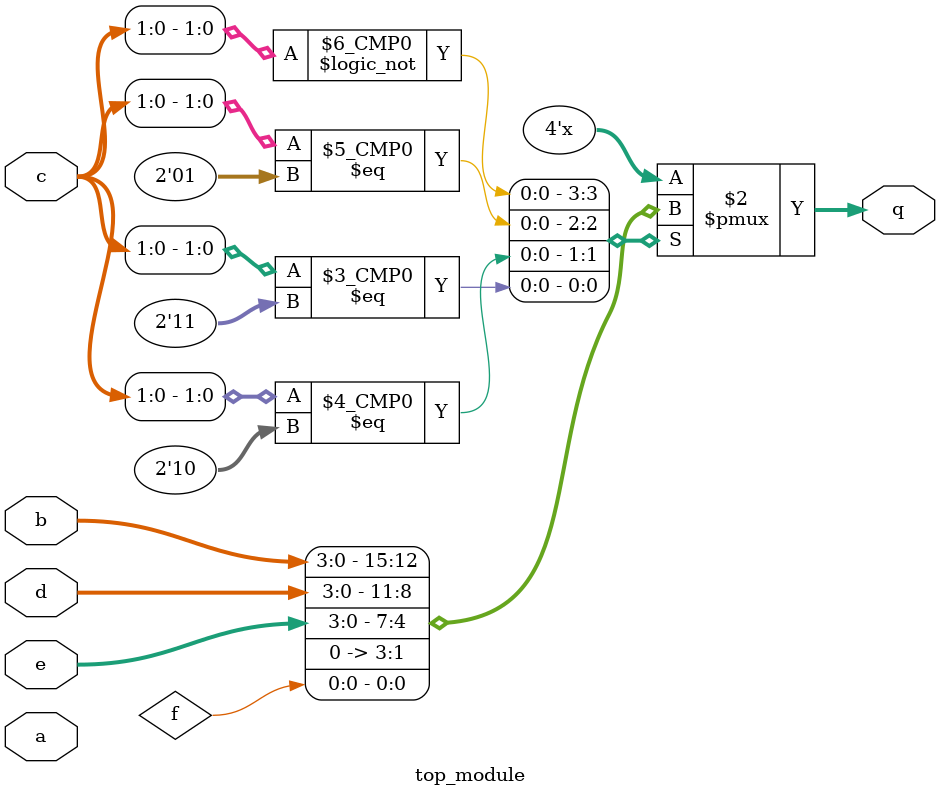
<source format=sv>
module top_module (
	input [3:0] a, 
	input [3:0] b, 
	input [3:0] c, 
	input [3:0] d,
	input [3:0] e,
	output reg [3:0] q
);

	always @(*) begin
		case({c[1],c[0]})
			2'b00 : q = b;
			2'b01 : q = d;
			2'b10 : q = e;
			2'b11 : q = f;
			default: q = 4'b1111;
		endcase
	end

endmodule

</source>
